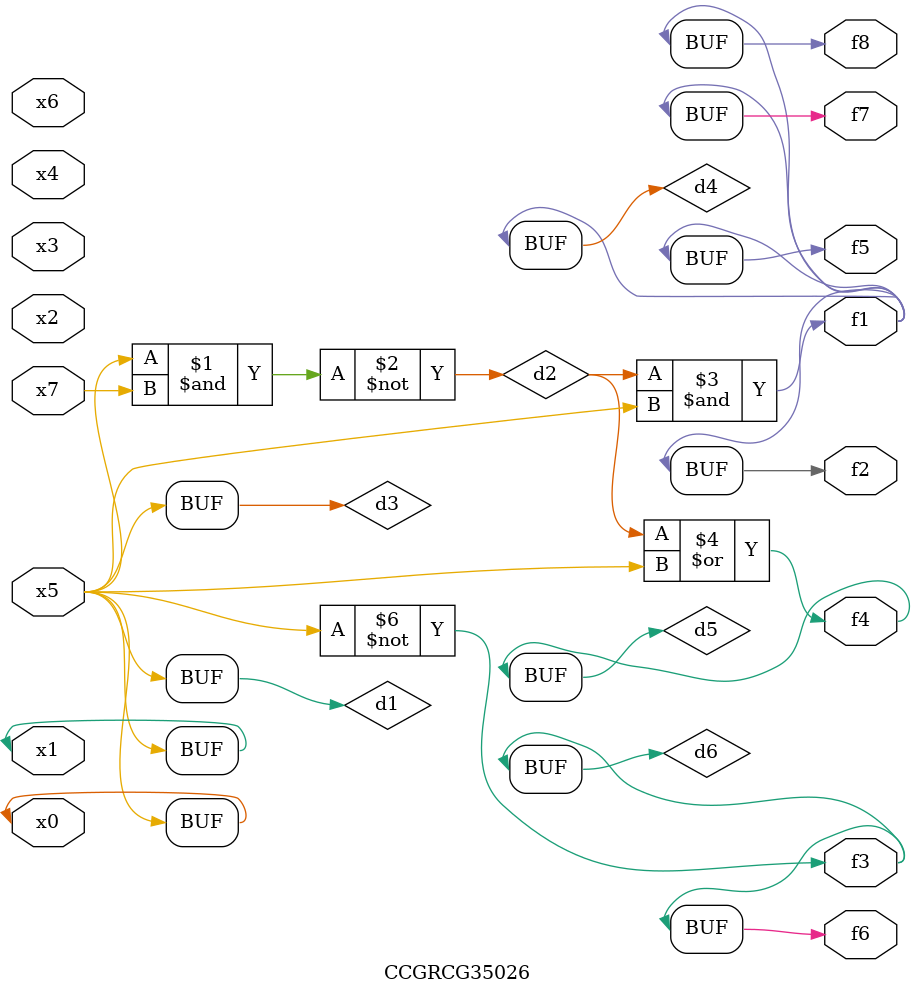
<source format=v>
module CCGRCG35026(
	input x0, x1, x2, x3, x4, x5, x6, x7,
	output f1, f2, f3, f4, f5, f6, f7, f8
);

	wire d1, d2, d3, d4, d5, d6;

	buf (d1, x0, x5);
	nand (d2, x5, x7);
	buf (d3, x0, x1);
	and (d4, d2, d3);
	or (d5, d2, d3);
	nor (d6, d1, d3);
	assign f1 = d4;
	assign f2 = d4;
	assign f3 = d6;
	assign f4 = d5;
	assign f5 = d4;
	assign f6 = d6;
	assign f7 = d4;
	assign f8 = d4;
endmodule

</source>
